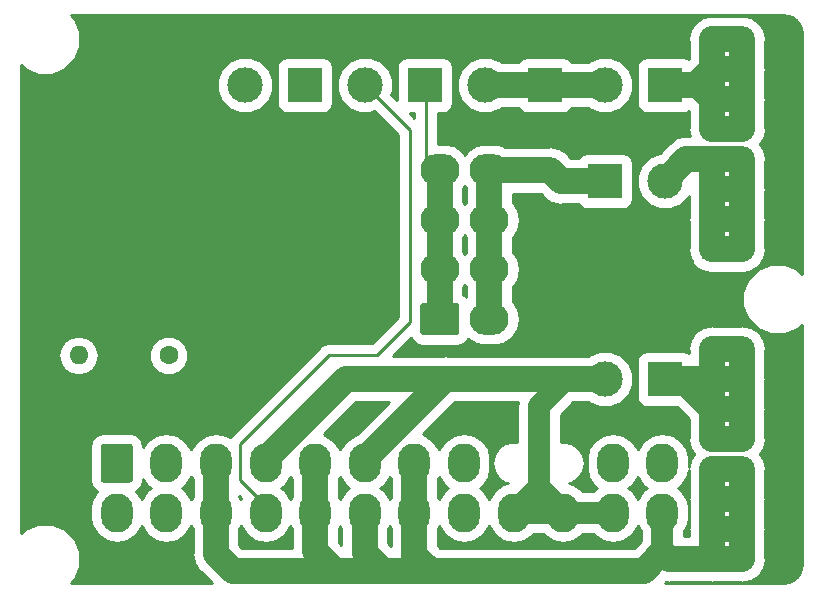
<source format=gbl>
G04 #@! TF.GenerationSoftware,KiCad,Pcbnew,(5.0.2)-1*
G04 #@! TF.CreationDate,2019-10-01T18:53:06+02:00*
G04 #@! TF.ProjectId,EleLab_v2_PowerFeed,456c654c-6162-45f7-9632-5f506f776572,rev?*
G04 #@! TF.SameCoordinates,Original*
G04 #@! TF.FileFunction,Copper,L2,Bot*
G04 #@! TF.FilePolarity,Positive*
%FSLAX46Y46*%
G04 Gerber Fmt 4.6, Leading zero omitted, Abs format (unit mm)*
G04 Created by KiCad (PCBNEW (5.0.2)-1) date 01/10/2019 18:53:06*
%MOMM*%
%LPD*%
G01*
G04 APERTURE LIST*
G04 #@! TA.AperFunction,Conductor*
%ADD10C,0.100000*%
G04 #@! TD*
G04 #@! TA.AperFunction,ComponentPad*
%ADD11C,2.700000*%
G04 #@! TD*
G04 #@! TA.AperFunction,ComponentPad*
%ADD12O,2.700000X3.300000*%
G04 #@! TD*
G04 #@! TA.AperFunction,ComponentPad*
%ADD13O,3.300000X2.700000*%
G04 #@! TD*
G04 #@! TA.AperFunction,ComponentPad*
%ADD14O,1.600000X1.600000*%
G04 #@! TD*
G04 #@! TA.AperFunction,ComponentPad*
%ADD15C,1.600000*%
G04 #@! TD*
G04 #@! TA.AperFunction,ComponentPad*
%ADD16R,3.000000X3.000000*%
G04 #@! TD*
G04 #@! TA.AperFunction,ComponentPad*
%ADD17C,3.000000*%
G04 #@! TD*
G04 #@! TA.AperFunction,ComponentPad*
%ADD18O,1.700000X1.700000*%
G04 #@! TD*
G04 #@! TA.AperFunction,ComponentPad*
%ADD19R,1.700000X1.700000*%
G04 #@! TD*
G04 #@! TA.AperFunction,Conductor*
%ADD20C,2.200000*%
G04 #@! TD*
G04 #@! TA.AperFunction,Conductor*
%ADD21C,1.900000*%
G04 #@! TD*
G04 #@! TA.AperFunction,Conductor*
%ADD22C,0.250000*%
G04 #@! TD*
G04 #@! TA.AperFunction,NonConductor*
%ADD23C,0.254000*%
G04 #@! TD*
G04 APERTURE END LIST*
D10*
G04 #@! TO.N,Net-(J1-Pad1)*
G04 #@! TO.C,J1*
G36*
X142175512Y-117223209D02*
X142199887Y-117226825D01*
X142223790Y-117232812D01*
X142246992Y-117241114D01*
X142269268Y-117251650D01*
X142290404Y-117264318D01*
X142310196Y-117278997D01*
X142328455Y-117295545D01*
X142345003Y-117313804D01*
X142359682Y-117333596D01*
X142372350Y-117354732D01*
X142382886Y-117377008D01*
X142391188Y-117400210D01*
X142397175Y-117424113D01*
X142400791Y-117448488D01*
X142402000Y-117473100D01*
X142402000Y-120270900D01*
X142400791Y-120295512D01*
X142397175Y-120319887D01*
X142391188Y-120343790D01*
X142382886Y-120366992D01*
X142372350Y-120389268D01*
X142359682Y-120410404D01*
X142345003Y-120430196D01*
X142328455Y-120448455D01*
X142310196Y-120465003D01*
X142290404Y-120479682D01*
X142269268Y-120492350D01*
X142246992Y-120502886D01*
X142223790Y-120511188D01*
X142199887Y-120517175D01*
X142175512Y-120520791D01*
X142150900Y-120522000D01*
X139953100Y-120522000D01*
X139928488Y-120520791D01*
X139904113Y-120517175D01*
X139880210Y-120511188D01*
X139857008Y-120502886D01*
X139834732Y-120492350D01*
X139813596Y-120479682D01*
X139793804Y-120465003D01*
X139775545Y-120448455D01*
X139758997Y-120430196D01*
X139744318Y-120410404D01*
X139731650Y-120389268D01*
X139721114Y-120366992D01*
X139712812Y-120343790D01*
X139706825Y-120319887D01*
X139703209Y-120295512D01*
X139702000Y-120270900D01*
X139702000Y-117473100D01*
X139703209Y-117448488D01*
X139706825Y-117424113D01*
X139712812Y-117400210D01*
X139721114Y-117377008D01*
X139731650Y-117354732D01*
X139744318Y-117333596D01*
X139758997Y-117313804D01*
X139775545Y-117295545D01*
X139793804Y-117278997D01*
X139813596Y-117264318D01*
X139834732Y-117251650D01*
X139857008Y-117241114D01*
X139880210Y-117232812D01*
X139904113Y-117226825D01*
X139928488Y-117223209D01*
X139953100Y-117222000D01*
X142150900Y-117222000D01*
X142175512Y-117223209D01*
X142175512Y-117223209D01*
G37*
D11*
G04 #@! TD*
G04 #@! TO.P,J1,1*
G04 #@! TO.N,Net-(J1-Pad1)*
X141052000Y-118872000D03*
D12*
G04 #@! TO.P,J1,2*
G04 #@! TO.N,Net-(J1-Pad2)*
X145252000Y-118872000D03*
G04 #@! TO.P,J1,3*
G04 #@! TO.N,/GND*
X149452000Y-118872000D03*
G04 #@! TO.P,J1,4*
G04 #@! TO.N,/+5V*
X153652000Y-118872000D03*
G04 #@! TO.P,J1,5*
G04 #@! TO.N,/GND*
X157852000Y-118872000D03*
G04 #@! TO.P,J1,6*
G04 #@! TO.N,/+5V*
X162052000Y-118872000D03*
G04 #@! TO.P,J1,7*
G04 #@! TO.N,/GND*
X166252000Y-118872000D03*
G04 #@! TO.P,J1,8*
G04 #@! TO.N,Net-(J1-Pad8)*
X170452000Y-118872000D03*
G04 #@! TO.P,J1,11*
G04 #@! TO.N,Net-(J1-Pad11)*
X183052000Y-118872000D03*
G04 #@! TO.P,J1,12*
G04 #@! TO.N,Net-(J1-Pad12)*
X187252000Y-118872000D03*
G04 #@! TO.P,J1,13*
G04 #@! TO.N,Net-(J1-Pad13)*
X141052000Y-123072000D03*
G04 #@! TO.P,J1,14*
G04 #@! TO.N,Net-(J1-Pad14)*
X145252000Y-123072000D03*
G04 #@! TO.P,J1,15*
G04 #@! TO.N,/GND*
X149452000Y-123072000D03*
G04 #@! TO.P,J1,16*
G04 #@! TO.N,/PS_ON*
X153652000Y-123072000D03*
G04 #@! TO.P,J1,17*
G04 #@! TO.N,/GND*
X157852000Y-123072000D03*
G04 #@! TO.P,J1,18*
X162052000Y-123072000D03*
G04 #@! TO.P,J1,19*
X166252000Y-123072000D03*
G04 #@! TO.P,J1,20*
G04 #@! TO.N,Net-(J1-Pad20)*
X170452000Y-123072000D03*
G04 #@! TO.P,J1,21*
G04 #@! TO.N,/+5V*
X174652000Y-123072000D03*
G04 #@! TO.P,J1,22*
X178852000Y-123072000D03*
G04 #@! TO.P,J1,23*
X183052000Y-123072000D03*
G04 #@! TO.P,J1,24*
G04 #@! TO.N,/GND*
X187252000Y-123072000D03*
G04 #@! TD*
D10*
G04 #@! TO.N,/GND*
G04 #@! TO.C,J2*
G36*
X169825512Y-105331209D02*
X169849887Y-105334825D01*
X169873790Y-105340812D01*
X169896992Y-105349114D01*
X169919268Y-105359650D01*
X169940404Y-105372318D01*
X169960196Y-105386997D01*
X169978455Y-105403545D01*
X169995003Y-105421804D01*
X170009682Y-105441596D01*
X170022350Y-105462732D01*
X170032886Y-105485008D01*
X170041188Y-105508210D01*
X170047175Y-105532113D01*
X170050791Y-105556488D01*
X170052000Y-105581100D01*
X170052000Y-107778900D01*
X170050791Y-107803512D01*
X170047175Y-107827887D01*
X170041188Y-107851790D01*
X170032886Y-107874992D01*
X170022350Y-107897268D01*
X170009682Y-107918404D01*
X169995003Y-107938196D01*
X169978455Y-107956455D01*
X169960196Y-107973003D01*
X169940404Y-107987682D01*
X169919268Y-108000350D01*
X169896992Y-108010886D01*
X169873790Y-108019188D01*
X169849887Y-108025175D01*
X169825512Y-108028791D01*
X169800900Y-108030000D01*
X167003100Y-108030000D01*
X166978488Y-108028791D01*
X166954113Y-108025175D01*
X166930210Y-108019188D01*
X166907008Y-108010886D01*
X166884732Y-108000350D01*
X166863596Y-107987682D01*
X166843804Y-107973003D01*
X166825545Y-107956455D01*
X166808997Y-107938196D01*
X166794318Y-107918404D01*
X166781650Y-107897268D01*
X166771114Y-107874992D01*
X166762812Y-107851790D01*
X166756825Y-107827887D01*
X166753209Y-107803512D01*
X166752000Y-107778900D01*
X166752000Y-105581100D01*
X166753209Y-105556488D01*
X166756825Y-105532113D01*
X166762812Y-105508210D01*
X166771114Y-105485008D01*
X166781650Y-105462732D01*
X166794318Y-105441596D01*
X166808997Y-105421804D01*
X166825545Y-105403545D01*
X166843804Y-105386997D01*
X166863596Y-105372318D01*
X166884732Y-105359650D01*
X166907008Y-105349114D01*
X166930210Y-105340812D01*
X166954113Y-105334825D01*
X166978488Y-105331209D01*
X167003100Y-105330000D01*
X169800900Y-105330000D01*
X169825512Y-105331209D01*
X169825512Y-105331209D01*
G37*
D11*
G04 #@! TD*
G04 #@! TO.P,J2,1*
G04 #@! TO.N,/GND*
X168402000Y-106680000D03*
D13*
G04 #@! TO.P,J2,2*
G04 #@! TO.N,/GND*
X168402000Y-102480000D03*
G04 #@! TO.P,J2,3*
X168402000Y-98280000D03*
G04 #@! TO.P,J2,4*
X168402000Y-94080000D03*
G04 #@! TO.P,J2,5*
G04 #@! TO.N,/+12V*
X172602000Y-106680000D03*
G04 #@! TO.P,J2,6*
X172602000Y-102480000D03*
G04 #@! TO.P,J2,7*
X172602000Y-98280000D03*
G04 #@! TO.P,J2,8*
X172602000Y-94080000D03*
G04 #@! TD*
D14*
G04 #@! TO.P,LO_1,1*
G04 #@! TO.N,N/C*
X137815400Y-109765200D03*
D15*
G04 #@! TO.P,LO_1,2*
X145435400Y-109765200D03*
G04 #@! TD*
D16*
G04 #@! TO.P,J5,1*
G04 #@! TO.N,/+24V*
X177292000Y-86868000D03*
D17*
G04 #@! TO.P,J5,2*
X172212000Y-86868000D03*
G04 #@! TD*
G04 #@! TO.P,J6,2*
G04 #@! TO.N,/+5V*
X182372000Y-111760000D03*
D16*
G04 #@! TO.P,J6,1*
G04 #@! TO.N,/+5V_F*
X187452000Y-111760000D03*
G04 #@! TD*
G04 #@! TO.P,J7,1*
G04 #@! TO.N,/+12V*
X182372000Y-94996000D03*
D17*
G04 #@! TO.P,J7,2*
G04 #@! TO.N,/+12V_F*
X187452000Y-94996000D03*
G04 #@! TD*
G04 #@! TO.P,J8,2*
G04 #@! TO.N,/+24V*
X182372000Y-86868000D03*
D16*
G04 #@! TO.P,J8,1*
G04 #@! TO.N,/+24V_F*
X187452000Y-86868000D03*
G04 #@! TD*
G04 #@! TO.P,J9,1*
G04 #@! TO.N,/GND*
X167132000Y-86868000D03*
D17*
G04 #@! TO.P,J9,2*
G04 #@! TO.N,/PS_ON*
X162052000Y-86868000D03*
G04 #@! TD*
G04 #@! TO.P,J10,2*
G04 #@! TO.N,/GND*
X151892000Y-86868000D03*
D16*
G04 #@! TO.P,J10,1*
G04 #@! TO.N,/+12V_F*
X156972000Y-86868000D03*
G04 #@! TD*
D18*
G04 #@! TO.P,J3,16*
G04 #@! TO.N,/+24V_F*
X194000000Y-83000000D03*
G04 #@! TO.P,J3,15*
X191460000Y-83000000D03*
G04 #@! TO.P,J3,14*
X194000000Y-85540000D03*
G04 #@! TO.P,J3,13*
X191460000Y-85540000D03*
G04 #@! TO.P,J3,12*
X194000000Y-88080000D03*
G04 #@! TO.P,J3,11*
X191460000Y-88080000D03*
G04 #@! TO.P,J3,10*
X194000000Y-90620000D03*
G04 #@! TO.P,J3,9*
X191460000Y-90620000D03*
G04 #@! TO.P,J3,8*
G04 #@! TO.N,/+12V_F*
X194000000Y-93160000D03*
G04 #@! TO.P,J3,7*
X191460000Y-93160000D03*
G04 #@! TO.P,J3,6*
X194000000Y-95700000D03*
G04 #@! TO.P,J3,5*
X191460000Y-95700000D03*
G04 #@! TO.P,J3,4*
X194000000Y-98240000D03*
G04 #@! TO.P,J3,3*
X191460000Y-98240000D03*
G04 #@! TO.P,J3,2*
X194000000Y-100780000D03*
D19*
G04 #@! TO.P,J3,1*
X191460000Y-100780000D03*
G04 #@! TD*
G04 #@! TO.P,J4,1*
G04 #@! TO.N,/GND*
X191460000Y-127000000D03*
D18*
G04 #@! TO.P,J4,2*
X194000000Y-127000000D03*
G04 #@! TO.P,J4,3*
X191460000Y-124460000D03*
G04 #@! TO.P,J4,4*
X194000000Y-124460000D03*
G04 #@! TO.P,J4,5*
X191460000Y-121920000D03*
G04 #@! TO.P,J4,6*
X194000000Y-121920000D03*
G04 #@! TO.P,J4,7*
X191460000Y-119380000D03*
G04 #@! TO.P,J4,8*
X194000000Y-119380000D03*
G04 #@! TO.P,J4,9*
G04 #@! TO.N,/+5V_F*
X191460000Y-116840000D03*
G04 #@! TO.P,J4,10*
X194000000Y-116840000D03*
G04 #@! TO.P,J4,11*
X191460000Y-114300000D03*
G04 #@! TO.P,J4,12*
X194000000Y-114300000D03*
G04 #@! TO.P,J4,13*
X191460000Y-111760000D03*
G04 #@! TO.P,J4,14*
X194000000Y-111760000D03*
G04 #@! TO.P,J4,15*
X191460000Y-109220000D03*
G04 #@! TO.P,J4,16*
X194000000Y-109220000D03*
G04 #@! TD*
D20*
G04 #@! TO.N,/+24V*
X177292000Y-86868000D02*
X172212000Y-86868000D01*
X182372000Y-86868000D02*
X177292000Y-86868000D01*
G04 #@! TO.N,/+12V*
X177756000Y-94080000D02*
X172602000Y-94080000D01*
X182372000Y-94996000D02*
X178672000Y-94996000D01*
X178672000Y-94996000D02*
X177756000Y-94080000D01*
X172602000Y-94080000D02*
X172602000Y-98280000D01*
X172602000Y-98280000D02*
X172602000Y-102480000D01*
X172602000Y-102480000D02*
X172602000Y-106680000D01*
G04 #@! TO.N,/GND*
X168402000Y-106680000D02*
X168402000Y-102480000D01*
X168402000Y-102480000D02*
X168402000Y-98280000D01*
X168402000Y-98280000D02*
X168402000Y-94080000D01*
X149452000Y-126592000D02*
X149452000Y-124372000D01*
X150876000Y-128016000D02*
X149452000Y-126592000D01*
X166252000Y-118872000D02*
X166252000Y-124372000D01*
X166252000Y-126628000D02*
X167640000Y-128016000D01*
X166252000Y-124372000D02*
X166252000Y-126628000D01*
X162052000Y-126492000D02*
X163576000Y-128016000D01*
X162052000Y-124372000D02*
X162052000Y-126492000D01*
X157852000Y-118872000D02*
X157852000Y-124372000D01*
X157852000Y-126356000D02*
X159512000Y-128016000D01*
X157852000Y-124372000D02*
X157852000Y-126356000D01*
X149452000Y-118872000D02*
X149452000Y-124372000D01*
X157852000Y-118872000D02*
X157852000Y-118572000D01*
X149452000Y-118872000D02*
X149452000Y-118572000D01*
X149452000Y-118572000D02*
X149352000Y-118472000D01*
X150876000Y-128016000D02*
X185674000Y-128016000D01*
X185674000Y-128016000D02*
X187252000Y-126438000D01*
X167250000Y-86986000D02*
X167132000Y-86868000D01*
X187814000Y-127000000D02*
X187252000Y-126438000D01*
X191460000Y-127000000D02*
X191460000Y-119380000D01*
X194000000Y-119380000D02*
X194000000Y-127000000D01*
X194000000Y-127000000D02*
X191460000Y-127000000D01*
X191460000Y-124460000D02*
X194000000Y-124460000D01*
X194000000Y-121920000D02*
X191460000Y-121920000D01*
X191460000Y-119380000D02*
X194000000Y-119380000D01*
X191460000Y-127000000D02*
X187814000Y-127000000D01*
D21*
X187630000Y-127000000D02*
X187814000Y-127000000D01*
X187252000Y-123072000D02*
X187252000Y-126622000D01*
X187252000Y-126622000D02*
X187630000Y-127000000D01*
D22*
X168402000Y-94080000D02*
X167250000Y-92928000D01*
X167250000Y-92928000D02*
X167250000Y-86986000D01*
D20*
G04 #@! TO.N,/+5V*
X162052000Y-118572000D02*
X162052000Y-118872000D01*
X168864000Y-111760000D02*
X162052000Y-118572000D01*
X153652000Y-118572000D02*
X160464000Y-111760000D01*
X153652000Y-118872000D02*
X153652000Y-118572000D01*
X160464000Y-111760000D02*
X168864000Y-111760000D01*
D21*
X176801999Y-114058001D02*
X179100000Y-111760000D01*
D20*
X182372000Y-111760000D02*
X179100000Y-111760000D01*
X179100000Y-111760000D02*
X168864000Y-111760000D01*
D21*
X176801999Y-120922001D02*
X174652000Y-123072000D01*
X176801999Y-114058001D02*
X176801999Y-120922001D01*
X178852000Y-122972002D02*
X176801999Y-120922001D01*
X178852000Y-123072000D02*
X178852000Y-122972002D01*
X174652000Y-123072000D02*
X178852000Y-123072000D01*
X178852000Y-123072000D02*
X183052000Y-123072000D01*
D22*
G04 #@! TO.N,/PS_ON*
X165862000Y-90678000D02*
X162052000Y-86868000D01*
X165862000Y-106934000D02*
X165862000Y-90678000D01*
X153652000Y-122472000D02*
X151511000Y-120331000D01*
X153652000Y-124072000D02*
X153652000Y-122472000D01*
X151511000Y-120331000D02*
X151511000Y-117221000D01*
X151511000Y-117221000D02*
X159004000Y-109728000D01*
X159004000Y-109728000D02*
X163068000Y-109728000D01*
X163068000Y-109728000D02*
X165862000Y-106934000D01*
D20*
G04 #@! TO.N,/+12V_F*
X189288000Y-93160000D02*
X187452000Y-94996000D01*
X191460000Y-93160000D02*
X189288000Y-93160000D01*
X194000000Y-93160000D02*
X191460000Y-93160000D01*
X194000000Y-100780000D02*
X194000000Y-93160000D01*
X191460000Y-93160000D02*
X191460000Y-100780000D01*
X194000000Y-100780000D02*
X191460000Y-100780000D01*
X191460000Y-98240000D02*
X194000000Y-98240000D01*
X194000000Y-95700000D02*
X191460000Y-95700000D01*
G04 #@! TO.N,/+24V_F*
X190132000Y-86868000D02*
X191460000Y-85540000D01*
X187452000Y-86868000D02*
X190132000Y-86868000D01*
X190248000Y-86868000D02*
X191460000Y-88080000D01*
X187452000Y-86868000D02*
X190248000Y-86868000D01*
X191460000Y-90620000D02*
X191460000Y-83000000D01*
X194000000Y-83000000D02*
X194000000Y-90620000D01*
X194000000Y-90620000D02*
X191460000Y-90620000D01*
X191460000Y-88080000D02*
X194000000Y-88080000D01*
X194000000Y-85540000D02*
X191460000Y-85540000D01*
X191460000Y-83000000D02*
X194000000Y-83000000D01*
G04 #@! TO.N,/+5V_F*
X194000000Y-116840000D02*
X194000000Y-109220000D01*
X191460000Y-109220000D02*
X191460000Y-116840000D01*
X194000000Y-116840000D02*
X191460000Y-116840000D01*
X194000000Y-114300000D02*
X191460000Y-114300000D01*
X194000000Y-111760000D02*
X191460000Y-111760000D01*
X194000000Y-109220000D02*
X191460000Y-109220000D01*
X188920000Y-111760000D02*
X191460000Y-114300000D01*
X187452000Y-111760000D02*
X188920000Y-111760000D01*
X191460000Y-111760000D02*
X187452000Y-111760000D01*
G04 #@! TD*
D23*
G36*
X197883090Y-81007962D02*
X198242110Y-81150108D01*
X198554499Y-81377071D01*
X198800630Y-81674593D01*
X198965040Y-82023982D01*
X199045890Y-82447814D01*
X199048000Y-82514946D01*
X199048000Y-102837886D01*
X198686335Y-102476221D01*
X197592162Y-102023000D01*
X196407838Y-102023000D01*
X195313665Y-102476221D01*
X194476221Y-103313665D01*
X194023000Y-104407838D01*
X194023000Y-105592162D01*
X194476221Y-106686335D01*
X195313665Y-107523779D01*
X196407838Y-107977000D01*
X197592162Y-107977000D01*
X198686335Y-107523779D01*
X199048001Y-107162113D01*
X199048001Y-127440099D01*
X198992038Y-127883090D01*
X198849893Y-128242109D01*
X198622930Y-128554497D01*
X198325407Y-128800630D01*
X197976018Y-128965040D01*
X197552186Y-129045890D01*
X197485054Y-129048000D01*
X187437899Y-129048000D01*
X187527214Y-128958686D01*
X187619286Y-128977000D01*
X187619290Y-128977000D01*
X187813999Y-129015730D01*
X188008709Y-128977000D01*
X191265286Y-128977000D01*
X191460000Y-129015731D01*
X191654714Y-128977000D01*
X193805286Y-128977000D01*
X194000000Y-129015731D01*
X194194714Y-128977000D01*
X194203945Y-128975164D01*
X194771387Y-128862293D01*
X195425337Y-128425337D01*
X195862293Y-127771387D01*
X195938514Y-127388196D01*
X196015731Y-127000000D01*
X195977000Y-126805286D01*
X195977000Y-124654714D01*
X196015731Y-124460000D01*
X195977000Y-124265286D01*
X195977000Y-122114714D01*
X196015731Y-121920000D01*
X195977000Y-121725286D01*
X195977000Y-119574714D01*
X196015731Y-119380000D01*
X195862293Y-118608613D01*
X195529130Y-118110000D01*
X195862293Y-117611387D01*
X196015731Y-116840000D01*
X195977000Y-116645286D01*
X195977000Y-114494714D01*
X196015731Y-114300000D01*
X195977000Y-114105286D01*
X195977000Y-111954714D01*
X196015731Y-111760000D01*
X195977000Y-111565286D01*
X195977000Y-109414714D01*
X196015731Y-109220000D01*
X195862293Y-108448613D01*
X195425337Y-107794663D01*
X194771387Y-107357707D01*
X194194714Y-107243000D01*
X194000000Y-107204269D01*
X193805286Y-107243000D01*
X191654714Y-107243000D01*
X191460000Y-107204269D01*
X191265286Y-107243000D01*
X190688613Y-107357707D01*
X190034663Y-107794663D01*
X189597707Y-108448613D01*
X189444269Y-109220000D01*
X189483000Y-109414715D01*
X189483000Y-109560045D01*
X189294188Y-109433884D01*
X188952000Y-109365819D01*
X185952000Y-109365819D01*
X185609812Y-109433884D01*
X185319719Y-109627719D01*
X185125884Y-109917812D01*
X185057819Y-110260000D01*
X185057819Y-113260000D01*
X185125884Y-113602188D01*
X185319719Y-113892281D01*
X185609812Y-114086116D01*
X185952000Y-114154181D01*
X188518282Y-114154181D01*
X189483001Y-115118901D01*
X189483001Y-116645281D01*
X189444269Y-116840000D01*
X189597707Y-117611387D01*
X189930870Y-118110000D01*
X189597707Y-118608613D01*
X189479000Y-119205395D01*
X189479000Y-118352662D01*
X189349788Y-117703068D01*
X188857577Y-116966423D01*
X188120931Y-116474212D01*
X187252000Y-116301371D01*
X186383068Y-116474212D01*
X185646423Y-116966423D01*
X185154212Y-117703069D01*
X185152000Y-117714189D01*
X185149788Y-117703068D01*
X184657577Y-116966423D01*
X183920931Y-116474212D01*
X183052000Y-116301371D01*
X182183068Y-116474212D01*
X181446423Y-116966423D01*
X180954212Y-117703069D01*
X180825000Y-118352663D01*
X180825000Y-119391338D01*
X180954212Y-120040932D01*
X181446424Y-120777577D01*
X181737398Y-120972000D01*
X181446423Y-121166423D01*
X181393920Y-121245000D01*
X180510081Y-121245000D01*
X180457577Y-121166423D01*
X179720931Y-120674212D01*
X179310599Y-120592592D01*
X179545351Y-120545897D01*
X180133145Y-120153145D01*
X180525897Y-119565351D01*
X180663813Y-118872000D01*
X180525897Y-118178649D01*
X180133145Y-117590855D01*
X179545351Y-117198103D01*
X179027017Y-117095000D01*
X178676983Y-117095000D01*
X178628999Y-117104545D01*
X178628999Y-114814769D01*
X179706768Y-113737000D01*
X180987415Y-113737000D01*
X181025538Y-113775123D01*
X181899185Y-114137000D01*
X182844815Y-114137000D01*
X183718462Y-113775123D01*
X184387123Y-113106462D01*
X184749000Y-112232815D01*
X184749000Y-111287185D01*
X184387123Y-110413538D01*
X183718462Y-109744877D01*
X182844815Y-109383000D01*
X181899185Y-109383000D01*
X181025538Y-109744877D01*
X180987415Y-109783000D01*
X169058714Y-109783000D01*
X168864000Y-109744269D01*
X168669286Y-109783000D01*
X164430041Y-109783000D01*
X165965371Y-108247671D01*
X166193264Y-108588736D01*
X166564820Y-108837002D01*
X167003100Y-108924181D01*
X169800900Y-108924181D01*
X170239180Y-108837002D01*
X170610736Y-108588736D01*
X170777225Y-108339567D01*
X171433068Y-108777788D01*
X172082662Y-108907000D01*
X173121338Y-108907000D01*
X173770932Y-108777788D01*
X174507577Y-108285577D01*
X174999788Y-107548932D01*
X175172629Y-106680000D01*
X174999788Y-105811068D01*
X174579000Y-105181315D01*
X174579000Y-103978685D01*
X174999788Y-103348932D01*
X175172629Y-102480000D01*
X174999788Y-101611068D01*
X174579000Y-100981315D01*
X174579000Y-99778685D01*
X174999788Y-99148932D01*
X175172629Y-98280000D01*
X174999788Y-97411068D01*
X174579000Y-96781315D01*
X174579000Y-96057000D01*
X176937101Y-96057000D01*
X177136364Y-96256263D01*
X177246663Y-96421337D01*
X177835316Y-96814663D01*
X177900613Y-96858293D01*
X178672000Y-97011731D01*
X178866714Y-96973000D01*
X180135963Y-96973000D01*
X180239719Y-97128281D01*
X180529812Y-97322116D01*
X180872000Y-97390181D01*
X183872000Y-97390181D01*
X184214188Y-97322116D01*
X184504281Y-97128281D01*
X184698116Y-96838188D01*
X184766181Y-96496000D01*
X184766181Y-93496000D01*
X184698116Y-93153812D01*
X184504281Y-92863719D01*
X184214188Y-92669884D01*
X183872000Y-92601819D01*
X180872000Y-92601819D01*
X180529812Y-92669884D01*
X180239719Y-92863719D01*
X180135963Y-93019000D01*
X179490899Y-93019000D01*
X179291636Y-92819737D01*
X179181337Y-92654663D01*
X178527387Y-92217707D01*
X177950714Y-92103000D01*
X177950709Y-92103000D01*
X177756000Y-92064270D01*
X177561291Y-92103000D01*
X173951704Y-92103000D01*
X173770932Y-91982212D01*
X173121338Y-91853000D01*
X172082662Y-91853000D01*
X171433068Y-91982212D01*
X170696423Y-92474423D01*
X170502000Y-92765397D01*
X170307577Y-92474423D01*
X169570932Y-91982212D01*
X168921338Y-91853000D01*
X168252000Y-91853000D01*
X168252000Y-89262181D01*
X168632000Y-89262181D01*
X168974188Y-89194116D01*
X169264281Y-89000281D01*
X169458116Y-88710188D01*
X169526181Y-88368000D01*
X169526181Y-86395185D01*
X169835000Y-86395185D01*
X169835000Y-87340815D01*
X170196877Y-88214462D01*
X170865538Y-88883123D01*
X171739185Y-89245000D01*
X172684815Y-89245000D01*
X173558462Y-88883123D01*
X173596585Y-88845000D01*
X175055963Y-88845000D01*
X175159719Y-89000281D01*
X175449812Y-89194116D01*
X175792000Y-89262181D01*
X178792000Y-89262181D01*
X179134188Y-89194116D01*
X179424281Y-89000281D01*
X179528037Y-88845000D01*
X180987415Y-88845000D01*
X181025538Y-88883123D01*
X181899185Y-89245000D01*
X182844815Y-89245000D01*
X183718462Y-88883123D01*
X184387123Y-88214462D01*
X184749000Y-87340815D01*
X184749000Y-86395185D01*
X184387123Y-85521538D01*
X184233585Y-85368000D01*
X185057819Y-85368000D01*
X185057819Y-88368000D01*
X185125884Y-88710188D01*
X185319719Y-89000281D01*
X185609812Y-89194116D01*
X185952000Y-89262181D01*
X188952000Y-89262181D01*
X189294188Y-89194116D01*
X189483000Y-89067955D01*
X189483000Y-90425285D01*
X189444269Y-90620000D01*
X189556256Y-91183000D01*
X189482708Y-91183000D01*
X189287999Y-91144270D01*
X189093290Y-91183000D01*
X189093286Y-91183000D01*
X188516613Y-91297707D01*
X187862663Y-91734663D01*
X187752366Y-91899735D01*
X187033100Y-92619000D01*
X186979185Y-92619000D01*
X186105538Y-92980877D01*
X185436877Y-93649538D01*
X185075000Y-94523185D01*
X185075000Y-95468815D01*
X185436877Y-96342462D01*
X186105538Y-97011123D01*
X186979185Y-97373000D01*
X187924815Y-97373000D01*
X188798462Y-97011123D01*
X189467123Y-96342462D01*
X189483000Y-96304131D01*
X189483001Y-98045282D01*
X189444269Y-98240000D01*
X189483001Y-98434718D01*
X189483001Y-100585281D01*
X189444269Y-100780000D01*
X189597707Y-101551387D01*
X189743619Y-101769759D01*
X189783884Y-101972188D01*
X189977719Y-102262281D01*
X190267812Y-102456116D01*
X190470241Y-102496381D01*
X190688613Y-102642293D01*
X191265286Y-102757000D01*
X191460000Y-102795731D01*
X191654714Y-102757000D01*
X193805286Y-102757000D01*
X194000000Y-102795731D01*
X194194714Y-102757000D01*
X194771387Y-102642293D01*
X195425337Y-102205337D01*
X195862293Y-101551387D01*
X196015731Y-100780000D01*
X195977000Y-100585286D01*
X195977000Y-98434714D01*
X196015731Y-98240000D01*
X195977000Y-98045286D01*
X195977000Y-95894714D01*
X196015731Y-95700000D01*
X195977000Y-95505286D01*
X195977000Y-93354714D01*
X196015731Y-93160000D01*
X195862293Y-92388613D01*
X195529130Y-91890000D01*
X195862293Y-91391387D01*
X195911448Y-91144269D01*
X196015731Y-90620000D01*
X195977000Y-90425286D01*
X195977000Y-88274714D01*
X196015731Y-88080000D01*
X195977000Y-87885286D01*
X195977000Y-85734714D01*
X196015731Y-85540000D01*
X195977000Y-85345286D01*
X195977000Y-83194714D01*
X196015731Y-83000000D01*
X195862293Y-82228613D01*
X195425337Y-81574663D01*
X194771387Y-81137707D01*
X194194714Y-81023000D01*
X194000000Y-80984269D01*
X193805286Y-81023000D01*
X191654714Y-81023000D01*
X191460000Y-80984269D01*
X191265286Y-81023000D01*
X190688613Y-81137707D01*
X190034663Y-81574663D01*
X189597707Y-82228613D01*
X189444269Y-83000000D01*
X189483001Y-83194719D01*
X189483001Y-84668045D01*
X189294188Y-84541884D01*
X188952000Y-84473819D01*
X185952000Y-84473819D01*
X185609812Y-84541884D01*
X185319719Y-84735719D01*
X185125884Y-85025812D01*
X185057819Y-85368000D01*
X184233585Y-85368000D01*
X183718462Y-84852877D01*
X182844815Y-84491000D01*
X181899185Y-84491000D01*
X181025538Y-84852877D01*
X180987415Y-84891000D01*
X179528037Y-84891000D01*
X179424281Y-84735719D01*
X179134188Y-84541884D01*
X178792000Y-84473819D01*
X175792000Y-84473819D01*
X175449812Y-84541884D01*
X175159719Y-84735719D01*
X175055963Y-84891000D01*
X173596585Y-84891000D01*
X173558462Y-84852877D01*
X172684815Y-84491000D01*
X171739185Y-84491000D01*
X170865538Y-84852877D01*
X170196877Y-85521538D01*
X169835000Y-86395185D01*
X169526181Y-86395185D01*
X169526181Y-85368000D01*
X169458116Y-85025812D01*
X169264281Y-84735719D01*
X168974188Y-84541884D01*
X168632000Y-84473819D01*
X165632000Y-84473819D01*
X165289812Y-84541884D01*
X164999719Y-84735719D01*
X164805884Y-85025812D01*
X164737819Y-85368000D01*
X164737819Y-88136777D01*
X164286319Y-87685277D01*
X164429000Y-87340815D01*
X164429000Y-86395185D01*
X164067123Y-85521538D01*
X163398462Y-84852877D01*
X162524815Y-84491000D01*
X161579185Y-84491000D01*
X160705538Y-84852877D01*
X160036877Y-85521538D01*
X159675000Y-86395185D01*
X159675000Y-87340815D01*
X160036877Y-88214462D01*
X160705538Y-88883123D01*
X161579185Y-89245000D01*
X162524815Y-89245000D01*
X162869277Y-89102319D01*
X164860001Y-91093043D01*
X164860000Y-106518958D01*
X162652959Y-108726000D01*
X159102684Y-108726000D01*
X159003999Y-108706370D01*
X158905314Y-108726000D01*
X158905313Y-108726000D01*
X158613039Y-108784137D01*
X158281598Y-109005598D01*
X158225696Y-109089262D01*
X150872264Y-116442695D01*
X150788599Y-116498598D01*
X150732697Y-116582262D01*
X150655515Y-116697774D01*
X150320931Y-116474212D01*
X149452000Y-116301371D01*
X148583068Y-116474212D01*
X147846423Y-116966423D01*
X147354212Y-117703069D01*
X147352000Y-117714189D01*
X147349788Y-117703068D01*
X146857577Y-116966423D01*
X146120931Y-116474212D01*
X145252000Y-116301371D01*
X144383068Y-116474212D01*
X143646423Y-116966423D01*
X143296181Y-117490597D01*
X143296181Y-117473100D01*
X143209002Y-117034820D01*
X142960736Y-116663264D01*
X142589180Y-116414998D01*
X142150900Y-116327819D01*
X139953100Y-116327819D01*
X139514820Y-116414998D01*
X139143264Y-116663264D01*
X138894998Y-117034820D01*
X138807819Y-117473100D01*
X138807819Y-120270900D01*
X138894998Y-120709180D01*
X139143264Y-121080736D01*
X139392433Y-121247225D01*
X138954212Y-121903069D01*
X138825000Y-122552663D01*
X138825000Y-123591338D01*
X138954212Y-124240932D01*
X139446424Y-124977577D01*
X140183069Y-125469788D01*
X141052000Y-125642629D01*
X141920932Y-125469788D01*
X142657577Y-124977577D01*
X143149788Y-124240931D01*
X143152000Y-124229811D01*
X143154212Y-124240932D01*
X143646424Y-124977577D01*
X144383069Y-125469788D01*
X145252000Y-125642629D01*
X146120932Y-125469788D01*
X146857577Y-124977577D01*
X147349788Y-124240931D01*
X147352000Y-124229811D01*
X147354212Y-124240932D01*
X147475001Y-124421705D01*
X147475000Y-126397290D01*
X147436270Y-126592000D01*
X147475000Y-126786709D01*
X147475000Y-126786713D01*
X147589707Y-127363386D01*
X148026663Y-128017337D01*
X148191737Y-128127636D01*
X149112100Y-129048000D01*
X137162114Y-129048000D01*
X137523779Y-128686335D01*
X137977000Y-127592162D01*
X137977000Y-126407838D01*
X137523779Y-125313665D01*
X136686335Y-124476221D01*
X135592162Y-124023000D01*
X134407838Y-124023000D01*
X133313665Y-124476221D01*
X132952000Y-124837886D01*
X132952000Y-109765200D01*
X136105546Y-109765200D01*
X136235701Y-110419533D01*
X136606351Y-110974249D01*
X137161067Y-111344899D01*
X137650232Y-111442200D01*
X137980568Y-111442200D01*
X138469733Y-111344899D01*
X139024449Y-110974249D01*
X139395099Y-110419533D01*
X139525254Y-109765200D01*
X139458902Y-109431624D01*
X143758400Y-109431624D01*
X143758400Y-110098776D01*
X144013708Y-110715144D01*
X144485456Y-111186892D01*
X145101824Y-111442200D01*
X145768976Y-111442200D01*
X146385344Y-111186892D01*
X146857092Y-110715144D01*
X147112400Y-110098776D01*
X147112400Y-109431624D01*
X146857092Y-108815256D01*
X146385344Y-108343508D01*
X145768976Y-108088200D01*
X145101824Y-108088200D01*
X144485456Y-108343508D01*
X144013708Y-108815256D01*
X143758400Y-109431624D01*
X139458902Y-109431624D01*
X139395099Y-109110867D01*
X139024449Y-108556151D01*
X138469733Y-108185501D01*
X137980568Y-108088200D01*
X137650232Y-108088200D01*
X137161067Y-108185501D01*
X136606351Y-108556151D01*
X136235701Y-109110867D01*
X136105546Y-109765200D01*
X132952000Y-109765200D01*
X132952000Y-86395185D01*
X149515000Y-86395185D01*
X149515000Y-87340815D01*
X149876877Y-88214462D01*
X150545538Y-88883123D01*
X151419185Y-89245000D01*
X152364815Y-89245000D01*
X153238462Y-88883123D01*
X153907123Y-88214462D01*
X154269000Y-87340815D01*
X154269000Y-86395185D01*
X153907123Y-85521538D01*
X153753585Y-85368000D01*
X154577819Y-85368000D01*
X154577819Y-88368000D01*
X154645884Y-88710188D01*
X154839719Y-89000281D01*
X155129812Y-89194116D01*
X155472000Y-89262181D01*
X158472000Y-89262181D01*
X158814188Y-89194116D01*
X159104281Y-89000281D01*
X159298116Y-88710188D01*
X159366181Y-88368000D01*
X159366181Y-85368000D01*
X159298116Y-85025812D01*
X159104281Y-84735719D01*
X158814188Y-84541884D01*
X158472000Y-84473819D01*
X155472000Y-84473819D01*
X155129812Y-84541884D01*
X154839719Y-84735719D01*
X154645884Y-85025812D01*
X154577819Y-85368000D01*
X153753585Y-85368000D01*
X153238462Y-84852877D01*
X152364815Y-84491000D01*
X151419185Y-84491000D01*
X150545538Y-84852877D01*
X149876877Y-85521538D01*
X149515000Y-86395185D01*
X132952000Y-86395185D01*
X132952000Y-85162114D01*
X133313665Y-85523779D01*
X134407838Y-85977000D01*
X135592162Y-85977000D01*
X136686335Y-85523779D01*
X137523779Y-84686335D01*
X137977000Y-83592162D01*
X137977000Y-82407838D01*
X137523779Y-81313665D01*
X137162114Y-80952000D01*
X197440107Y-80952000D01*
X197883090Y-81007962D01*
X197883090Y-81007962D01*
G37*
X197883090Y-81007962D02*
X198242110Y-81150108D01*
X198554499Y-81377071D01*
X198800630Y-81674593D01*
X198965040Y-82023982D01*
X199045890Y-82447814D01*
X199048000Y-82514946D01*
X199048000Y-102837886D01*
X198686335Y-102476221D01*
X197592162Y-102023000D01*
X196407838Y-102023000D01*
X195313665Y-102476221D01*
X194476221Y-103313665D01*
X194023000Y-104407838D01*
X194023000Y-105592162D01*
X194476221Y-106686335D01*
X195313665Y-107523779D01*
X196407838Y-107977000D01*
X197592162Y-107977000D01*
X198686335Y-107523779D01*
X199048001Y-107162113D01*
X199048001Y-127440099D01*
X198992038Y-127883090D01*
X198849893Y-128242109D01*
X198622930Y-128554497D01*
X198325407Y-128800630D01*
X197976018Y-128965040D01*
X197552186Y-129045890D01*
X197485054Y-129048000D01*
X187437899Y-129048000D01*
X187527214Y-128958686D01*
X187619286Y-128977000D01*
X187619290Y-128977000D01*
X187813999Y-129015730D01*
X188008709Y-128977000D01*
X191265286Y-128977000D01*
X191460000Y-129015731D01*
X191654714Y-128977000D01*
X193805286Y-128977000D01*
X194000000Y-129015731D01*
X194194714Y-128977000D01*
X194203945Y-128975164D01*
X194771387Y-128862293D01*
X195425337Y-128425337D01*
X195862293Y-127771387D01*
X195938514Y-127388196D01*
X196015731Y-127000000D01*
X195977000Y-126805286D01*
X195977000Y-124654714D01*
X196015731Y-124460000D01*
X195977000Y-124265286D01*
X195977000Y-122114714D01*
X196015731Y-121920000D01*
X195977000Y-121725286D01*
X195977000Y-119574714D01*
X196015731Y-119380000D01*
X195862293Y-118608613D01*
X195529130Y-118110000D01*
X195862293Y-117611387D01*
X196015731Y-116840000D01*
X195977000Y-116645286D01*
X195977000Y-114494714D01*
X196015731Y-114300000D01*
X195977000Y-114105286D01*
X195977000Y-111954714D01*
X196015731Y-111760000D01*
X195977000Y-111565286D01*
X195977000Y-109414714D01*
X196015731Y-109220000D01*
X195862293Y-108448613D01*
X195425337Y-107794663D01*
X194771387Y-107357707D01*
X194194714Y-107243000D01*
X194000000Y-107204269D01*
X193805286Y-107243000D01*
X191654714Y-107243000D01*
X191460000Y-107204269D01*
X191265286Y-107243000D01*
X190688613Y-107357707D01*
X190034663Y-107794663D01*
X189597707Y-108448613D01*
X189444269Y-109220000D01*
X189483000Y-109414715D01*
X189483000Y-109560045D01*
X189294188Y-109433884D01*
X188952000Y-109365819D01*
X185952000Y-109365819D01*
X185609812Y-109433884D01*
X185319719Y-109627719D01*
X185125884Y-109917812D01*
X185057819Y-110260000D01*
X185057819Y-113260000D01*
X185125884Y-113602188D01*
X185319719Y-113892281D01*
X185609812Y-114086116D01*
X185952000Y-114154181D01*
X188518282Y-114154181D01*
X189483001Y-115118901D01*
X189483001Y-116645281D01*
X189444269Y-116840000D01*
X189597707Y-117611387D01*
X189930870Y-118110000D01*
X189597707Y-118608613D01*
X189479000Y-119205395D01*
X189479000Y-118352662D01*
X189349788Y-117703068D01*
X188857577Y-116966423D01*
X188120931Y-116474212D01*
X187252000Y-116301371D01*
X186383068Y-116474212D01*
X185646423Y-116966423D01*
X185154212Y-117703069D01*
X185152000Y-117714189D01*
X185149788Y-117703068D01*
X184657577Y-116966423D01*
X183920931Y-116474212D01*
X183052000Y-116301371D01*
X182183068Y-116474212D01*
X181446423Y-116966423D01*
X180954212Y-117703069D01*
X180825000Y-118352663D01*
X180825000Y-119391338D01*
X180954212Y-120040932D01*
X181446424Y-120777577D01*
X181737398Y-120972000D01*
X181446423Y-121166423D01*
X181393920Y-121245000D01*
X180510081Y-121245000D01*
X180457577Y-121166423D01*
X179720931Y-120674212D01*
X179310599Y-120592592D01*
X179545351Y-120545897D01*
X180133145Y-120153145D01*
X180525897Y-119565351D01*
X180663813Y-118872000D01*
X180525897Y-118178649D01*
X180133145Y-117590855D01*
X179545351Y-117198103D01*
X179027017Y-117095000D01*
X178676983Y-117095000D01*
X178628999Y-117104545D01*
X178628999Y-114814769D01*
X179706768Y-113737000D01*
X180987415Y-113737000D01*
X181025538Y-113775123D01*
X181899185Y-114137000D01*
X182844815Y-114137000D01*
X183718462Y-113775123D01*
X184387123Y-113106462D01*
X184749000Y-112232815D01*
X184749000Y-111287185D01*
X184387123Y-110413538D01*
X183718462Y-109744877D01*
X182844815Y-109383000D01*
X181899185Y-109383000D01*
X181025538Y-109744877D01*
X180987415Y-109783000D01*
X169058714Y-109783000D01*
X168864000Y-109744269D01*
X168669286Y-109783000D01*
X164430041Y-109783000D01*
X165965371Y-108247671D01*
X166193264Y-108588736D01*
X166564820Y-108837002D01*
X167003100Y-108924181D01*
X169800900Y-108924181D01*
X170239180Y-108837002D01*
X170610736Y-108588736D01*
X170777225Y-108339567D01*
X171433068Y-108777788D01*
X172082662Y-108907000D01*
X173121338Y-108907000D01*
X173770932Y-108777788D01*
X174507577Y-108285577D01*
X174999788Y-107548932D01*
X175172629Y-106680000D01*
X174999788Y-105811068D01*
X174579000Y-105181315D01*
X174579000Y-103978685D01*
X174999788Y-103348932D01*
X175172629Y-102480000D01*
X174999788Y-101611068D01*
X174579000Y-100981315D01*
X174579000Y-99778685D01*
X174999788Y-99148932D01*
X175172629Y-98280000D01*
X174999788Y-97411068D01*
X174579000Y-96781315D01*
X174579000Y-96057000D01*
X176937101Y-96057000D01*
X177136364Y-96256263D01*
X177246663Y-96421337D01*
X177835316Y-96814663D01*
X177900613Y-96858293D01*
X178672000Y-97011731D01*
X178866714Y-96973000D01*
X180135963Y-96973000D01*
X180239719Y-97128281D01*
X180529812Y-97322116D01*
X180872000Y-97390181D01*
X183872000Y-97390181D01*
X184214188Y-97322116D01*
X184504281Y-97128281D01*
X184698116Y-96838188D01*
X184766181Y-96496000D01*
X184766181Y-93496000D01*
X184698116Y-93153812D01*
X184504281Y-92863719D01*
X184214188Y-92669884D01*
X183872000Y-92601819D01*
X180872000Y-92601819D01*
X180529812Y-92669884D01*
X180239719Y-92863719D01*
X180135963Y-93019000D01*
X179490899Y-93019000D01*
X179291636Y-92819737D01*
X179181337Y-92654663D01*
X178527387Y-92217707D01*
X177950714Y-92103000D01*
X177950709Y-92103000D01*
X177756000Y-92064270D01*
X177561291Y-92103000D01*
X173951704Y-92103000D01*
X173770932Y-91982212D01*
X173121338Y-91853000D01*
X172082662Y-91853000D01*
X171433068Y-91982212D01*
X170696423Y-92474423D01*
X170502000Y-92765397D01*
X170307577Y-92474423D01*
X169570932Y-91982212D01*
X168921338Y-91853000D01*
X168252000Y-91853000D01*
X168252000Y-89262181D01*
X168632000Y-89262181D01*
X168974188Y-89194116D01*
X169264281Y-89000281D01*
X169458116Y-88710188D01*
X169526181Y-88368000D01*
X169526181Y-86395185D01*
X169835000Y-86395185D01*
X169835000Y-87340815D01*
X170196877Y-88214462D01*
X170865538Y-88883123D01*
X171739185Y-89245000D01*
X172684815Y-89245000D01*
X173558462Y-88883123D01*
X173596585Y-88845000D01*
X175055963Y-88845000D01*
X175159719Y-89000281D01*
X175449812Y-89194116D01*
X175792000Y-89262181D01*
X178792000Y-89262181D01*
X179134188Y-89194116D01*
X179424281Y-89000281D01*
X179528037Y-88845000D01*
X180987415Y-88845000D01*
X181025538Y-88883123D01*
X181899185Y-89245000D01*
X182844815Y-89245000D01*
X183718462Y-88883123D01*
X184387123Y-88214462D01*
X184749000Y-87340815D01*
X184749000Y-86395185D01*
X184387123Y-85521538D01*
X184233585Y-85368000D01*
X185057819Y-85368000D01*
X185057819Y-88368000D01*
X185125884Y-88710188D01*
X185319719Y-89000281D01*
X185609812Y-89194116D01*
X185952000Y-89262181D01*
X188952000Y-89262181D01*
X189294188Y-89194116D01*
X189483000Y-89067955D01*
X189483000Y-90425285D01*
X189444269Y-90620000D01*
X189556256Y-91183000D01*
X189482708Y-91183000D01*
X189287999Y-91144270D01*
X189093290Y-91183000D01*
X189093286Y-91183000D01*
X188516613Y-91297707D01*
X187862663Y-91734663D01*
X187752366Y-91899735D01*
X187033100Y-92619000D01*
X186979185Y-92619000D01*
X186105538Y-92980877D01*
X185436877Y-93649538D01*
X185075000Y-94523185D01*
X185075000Y-95468815D01*
X185436877Y-96342462D01*
X186105538Y-97011123D01*
X186979185Y-97373000D01*
X187924815Y-97373000D01*
X188798462Y-97011123D01*
X189467123Y-96342462D01*
X189483000Y-96304131D01*
X189483001Y-98045282D01*
X189444269Y-98240000D01*
X189483001Y-98434718D01*
X189483001Y-100585281D01*
X189444269Y-100780000D01*
X189597707Y-101551387D01*
X189743619Y-101769759D01*
X189783884Y-101972188D01*
X189977719Y-102262281D01*
X190267812Y-102456116D01*
X190470241Y-102496381D01*
X190688613Y-102642293D01*
X191265286Y-102757000D01*
X191460000Y-102795731D01*
X191654714Y-102757000D01*
X193805286Y-102757000D01*
X194000000Y-102795731D01*
X194194714Y-102757000D01*
X194771387Y-102642293D01*
X195425337Y-102205337D01*
X195862293Y-101551387D01*
X196015731Y-100780000D01*
X195977000Y-100585286D01*
X195977000Y-98434714D01*
X196015731Y-98240000D01*
X195977000Y-98045286D01*
X195977000Y-95894714D01*
X196015731Y-95700000D01*
X195977000Y-95505286D01*
X195977000Y-93354714D01*
X196015731Y-93160000D01*
X195862293Y-92388613D01*
X195529130Y-91890000D01*
X195862293Y-91391387D01*
X195911448Y-91144269D01*
X196015731Y-90620000D01*
X195977000Y-90425286D01*
X195977000Y-88274714D01*
X196015731Y-88080000D01*
X195977000Y-87885286D01*
X195977000Y-85734714D01*
X196015731Y-85540000D01*
X195977000Y-85345286D01*
X195977000Y-83194714D01*
X196015731Y-83000000D01*
X195862293Y-82228613D01*
X195425337Y-81574663D01*
X194771387Y-81137707D01*
X194194714Y-81023000D01*
X194000000Y-80984269D01*
X193805286Y-81023000D01*
X191654714Y-81023000D01*
X191460000Y-80984269D01*
X191265286Y-81023000D01*
X190688613Y-81137707D01*
X190034663Y-81574663D01*
X189597707Y-82228613D01*
X189444269Y-83000000D01*
X189483001Y-83194719D01*
X189483001Y-84668045D01*
X189294188Y-84541884D01*
X188952000Y-84473819D01*
X185952000Y-84473819D01*
X185609812Y-84541884D01*
X185319719Y-84735719D01*
X185125884Y-85025812D01*
X185057819Y-85368000D01*
X184233585Y-85368000D01*
X183718462Y-84852877D01*
X182844815Y-84491000D01*
X181899185Y-84491000D01*
X181025538Y-84852877D01*
X180987415Y-84891000D01*
X179528037Y-84891000D01*
X179424281Y-84735719D01*
X179134188Y-84541884D01*
X178792000Y-84473819D01*
X175792000Y-84473819D01*
X175449812Y-84541884D01*
X175159719Y-84735719D01*
X175055963Y-84891000D01*
X173596585Y-84891000D01*
X173558462Y-84852877D01*
X172684815Y-84491000D01*
X171739185Y-84491000D01*
X170865538Y-84852877D01*
X170196877Y-85521538D01*
X169835000Y-86395185D01*
X169526181Y-86395185D01*
X169526181Y-85368000D01*
X169458116Y-85025812D01*
X169264281Y-84735719D01*
X168974188Y-84541884D01*
X168632000Y-84473819D01*
X165632000Y-84473819D01*
X165289812Y-84541884D01*
X164999719Y-84735719D01*
X164805884Y-85025812D01*
X164737819Y-85368000D01*
X164737819Y-88136777D01*
X164286319Y-87685277D01*
X164429000Y-87340815D01*
X164429000Y-86395185D01*
X164067123Y-85521538D01*
X163398462Y-84852877D01*
X162524815Y-84491000D01*
X161579185Y-84491000D01*
X160705538Y-84852877D01*
X160036877Y-85521538D01*
X159675000Y-86395185D01*
X159675000Y-87340815D01*
X160036877Y-88214462D01*
X160705538Y-88883123D01*
X161579185Y-89245000D01*
X162524815Y-89245000D01*
X162869277Y-89102319D01*
X164860001Y-91093043D01*
X164860000Y-106518958D01*
X162652959Y-108726000D01*
X159102684Y-108726000D01*
X159003999Y-108706370D01*
X158905314Y-108726000D01*
X158905313Y-108726000D01*
X158613039Y-108784137D01*
X158281598Y-109005598D01*
X158225696Y-109089262D01*
X150872264Y-116442695D01*
X150788599Y-116498598D01*
X150732697Y-116582262D01*
X150655515Y-116697774D01*
X150320931Y-116474212D01*
X149452000Y-116301371D01*
X148583068Y-116474212D01*
X147846423Y-116966423D01*
X147354212Y-117703069D01*
X147352000Y-117714189D01*
X147349788Y-117703068D01*
X146857577Y-116966423D01*
X146120931Y-116474212D01*
X145252000Y-116301371D01*
X144383068Y-116474212D01*
X143646423Y-116966423D01*
X143296181Y-117490597D01*
X143296181Y-117473100D01*
X143209002Y-117034820D01*
X142960736Y-116663264D01*
X142589180Y-116414998D01*
X142150900Y-116327819D01*
X139953100Y-116327819D01*
X139514820Y-116414998D01*
X139143264Y-116663264D01*
X138894998Y-117034820D01*
X138807819Y-117473100D01*
X138807819Y-120270900D01*
X138894998Y-120709180D01*
X139143264Y-121080736D01*
X139392433Y-121247225D01*
X138954212Y-121903069D01*
X138825000Y-122552663D01*
X138825000Y-123591338D01*
X138954212Y-124240932D01*
X139446424Y-124977577D01*
X140183069Y-125469788D01*
X141052000Y-125642629D01*
X141920932Y-125469788D01*
X142657577Y-124977577D01*
X143149788Y-124240931D01*
X143152000Y-124229811D01*
X143154212Y-124240932D01*
X143646424Y-124977577D01*
X144383069Y-125469788D01*
X145252000Y-125642629D01*
X146120932Y-125469788D01*
X146857577Y-124977577D01*
X147349788Y-124240931D01*
X147352000Y-124229811D01*
X147354212Y-124240932D01*
X147475001Y-124421705D01*
X147475000Y-126397290D01*
X147436270Y-126592000D01*
X147475000Y-126786709D01*
X147475000Y-126786713D01*
X147589707Y-127363386D01*
X148026663Y-128017337D01*
X148191737Y-128127636D01*
X149112100Y-129048000D01*
X137162114Y-129048000D01*
X137523779Y-128686335D01*
X137977000Y-127592162D01*
X137977000Y-126407838D01*
X137523779Y-125313665D01*
X136686335Y-124476221D01*
X135592162Y-124023000D01*
X134407838Y-124023000D01*
X133313665Y-124476221D01*
X132952000Y-124837886D01*
X132952000Y-109765200D01*
X136105546Y-109765200D01*
X136235701Y-110419533D01*
X136606351Y-110974249D01*
X137161067Y-111344899D01*
X137650232Y-111442200D01*
X137980568Y-111442200D01*
X138469733Y-111344899D01*
X139024449Y-110974249D01*
X139395099Y-110419533D01*
X139525254Y-109765200D01*
X139458902Y-109431624D01*
X143758400Y-109431624D01*
X143758400Y-110098776D01*
X144013708Y-110715144D01*
X144485456Y-111186892D01*
X145101824Y-111442200D01*
X145768976Y-111442200D01*
X146385344Y-111186892D01*
X146857092Y-110715144D01*
X147112400Y-110098776D01*
X147112400Y-109431624D01*
X146857092Y-108815256D01*
X146385344Y-108343508D01*
X145768976Y-108088200D01*
X145101824Y-108088200D01*
X144485456Y-108343508D01*
X144013708Y-108815256D01*
X143758400Y-109431624D01*
X139458902Y-109431624D01*
X139395099Y-109110867D01*
X139024449Y-108556151D01*
X138469733Y-108185501D01*
X137980568Y-108088200D01*
X137650232Y-108088200D01*
X137161067Y-108185501D01*
X136606351Y-108556151D01*
X136235701Y-109110867D01*
X136105546Y-109765200D01*
X132952000Y-109765200D01*
X132952000Y-86395185D01*
X149515000Y-86395185D01*
X149515000Y-87340815D01*
X149876877Y-88214462D01*
X150545538Y-88883123D01*
X151419185Y-89245000D01*
X152364815Y-89245000D01*
X153238462Y-88883123D01*
X153907123Y-88214462D01*
X154269000Y-87340815D01*
X154269000Y-86395185D01*
X153907123Y-85521538D01*
X153753585Y-85368000D01*
X154577819Y-85368000D01*
X154577819Y-88368000D01*
X154645884Y-88710188D01*
X154839719Y-89000281D01*
X155129812Y-89194116D01*
X155472000Y-89262181D01*
X158472000Y-89262181D01*
X158814188Y-89194116D01*
X159104281Y-89000281D01*
X159298116Y-88710188D01*
X159366181Y-88368000D01*
X159366181Y-85368000D01*
X159298116Y-85025812D01*
X159104281Y-84735719D01*
X158814188Y-84541884D01*
X158472000Y-84473819D01*
X155472000Y-84473819D01*
X155129812Y-84541884D01*
X154839719Y-84735719D01*
X154645884Y-85025812D01*
X154577819Y-85368000D01*
X153753585Y-85368000D01*
X153238462Y-84852877D01*
X152364815Y-84491000D01*
X151419185Y-84491000D01*
X150545538Y-84852877D01*
X149876877Y-85521538D01*
X149515000Y-86395185D01*
X132952000Y-86395185D01*
X132952000Y-85162114D01*
X133313665Y-85523779D01*
X134407838Y-85977000D01*
X135592162Y-85977000D01*
X136686335Y-85523779D01*
X137523779Y-84686335D01*
X137977000Y-83592162D01*
X137977000Y-82407838D01*
X137523779Y-81313665D01*
X137162114Y-80952000D01*
X197440107Y-80952000D01*
X197883090Y-81007962D01*
G36*
X185154212Y-124240932D02*
X185425000Y-124646194D01*
X185425001Y-125469100D01*
X184855101Y-126039000D01*
X168458900Y-126039000D01*
X168229000Y-125809101D01*
X168229000Y-124421703D01*
X168349788Y-124240931D01*
X168352000Y-124229811D01*
X168354212Y-124240932D01*
X168846424Y-124977577D01*
X169583069Y-125469788D01*
X170452000Y-125642629D01*
X171320932Y-125469788D01*
X172057577Y-124977577D01*
X172549788Y-124240931D01*
X172552000Y-124229811D01*
X172554212Y-124240932D01*
X173046424Y-124977577D01*
X173783069Y-125469788D01*
X174652000Y-125642629D01*
X175520932Y-125469788D01*
X176257577Y-124977577D01*
X176310080Y-124899000D01*
X177193920Y-124899000D01*
X177246424Y-124977577D01*
X177983069Y-125469788D01*
X178852000Y-125642629D01*
X179720932Y-125469788D01*
X180457577Y-124977577D01*
X180510080Y-124899000D01*
X181393920Y-124899000D01*
X181446424Y-124977577D01*
X182183069Y-125469788D01*
X183052000Y-125642629D01*
X183920932Y-125469788D01*
X184657577Y-124977577D01*
X185149788Y-124240931D01*
X185152000Y-124229811D01*
X185154212Y-124240932D01*
X185154212Y-124240932D01*
G37*
X185154212Y-124240932D02*
X185425000Y-124646194D01*
X185425001Y-125469100D01*
X184855101Y-126039000D01*
X168458900Y-126039000D01*
X168229000Y-125809101D01*
X168229000Y-124421703D01*
X168349788Y-124240931D01*
X168352000Y-124229811D01*
X168354212Y-124240932D01*
X168846424Y-124977577D01*
X169583069Y-125469788D01*
X170452000Y-125642629D01*
X171320932Y-125469788D01*
X172057577Y-124977577D01*
X172549788Y-124240931D01*
X172552000Y-124229811D01*
X172554212Y-124240932D01*
X173046424Y-124977577D01*
X173783069Y-125469788D01*
X174652000Y-125642629D01*
X175520932Y-125469788D01*
X176257577Y-124977577D01*
X176310080Y-124899000D01*
X177193920Y-124899000D01*
X177246424Y-124977577D01*
X177983069Y-125469788D01*
X178852000Y-125642629D01*
X179720932Y-125469788D01*
X180457577Y-124977577D01*
X180510080Y-124899000D01*
X181393920Y-124899000D01*
X181446424Y-124977577D01*
X182183069Y-125469788D01*
X183052000Y-125642629D01*
X183920932Y-125469788D01*
X184657577Y-124977577D01*
X185149788Y-124240931D01*
X185152000Y-124229811D01*
X185154212Y-124240932D01*
G36*
X155754212Y-124240932D02*
X155875000Y-124421704D01*
X155875001Y-126039000D01*
X151694900Y-126039000D01*
X151429000Y-125773101D01*
X151429000Y-124421703D01*
X151549788Y-124240931D01*
X151552000Y-124229811D01*
X151554212Y-124240932D01*
X152046424Y-124977577D01*
X152783069Y-125469788D01*
X153652000Y-125642629D01*
X154520932Y-125469788D01*
X155257577Y-124977577D01*
X155749788Y-124240931D01*
X155752000Y-124229811D01*
X155754212Y-124240932D01*
X155754212Y-124240932D01*
G37*
X155754212Y-124240932D02*
X155875000Y-124421704D01*
X155875001Y-126039000D01*
X151694900Y-126039000D01*
X151429000Y-125773101D01*
X151429000Y-124421703D01*
X151549788Y-124240931D01*
X151552000Y-124229811D01*
X151554212Y-124240932D01*
X152046424Y-124977577D01*
X152783069Y-125469788D01*
X153652000Y-125642629D01*
X154520932Y-125469788D01*
X155257577Y-124977577D01*
X155749788Y-124240931D01*
X155752000Y-124229811D01*
X155754212Y-124240932D01*
G36*
X164154212Y-124240932D02*
X164275000Y-124421704D01*
X164275001Y-125919101D01*
X164029000Y-125673101D01*
X164029000Y-124421703D01*
X164149788Y-124240931D01*
X164152000Y-124229811D01*
X164154212Y-124240932D01*
X164154212Y-124240932D01*
G37*
X164154212Y-124240932D02*
X164275000Y-124421704D01*
X164275001Y-125919101D01*
X164029000Y-125673101D01*
X164029000Y-124421703D01*
X164149788Y-124240931D01*
X164152000Y-124229811D01*
X164154212Y-124240932D01*
G36*
X159954212Y-124240932D02*
X160075000Y-124421704D01*
X160075001Y-125783101D01*
X159829000Y-125537100D01*
X159829000Y-124421703D01*
X159949788Y-124240931D01*
X159952000Y-124229811D01*
X159954212Y-124240932D01*
X159954212Y-124240932D01*
G37*
X159954212Y-124240932D02*
X160075000Y-124421704D01*
X160075001Y-125783101D01*
X159829000Y-125537100D01*
X159829000Y-124421703D01*
X159949788Y-124240931D01*
X159952000Y-124229811D01*
X159954212Y-124240932D01*
G36*
X189483001Y-119574719D02*
X189483001Y-121725282D01*
X189444269Y-121920000D01*
X189483001Y-122114718D01*
X189483000Y-124265284D01*
X189444269Y-124460000D01*
X189483000Y-124654716D01*
X189483000Y-125023000D01*
X189079000Y-125023000D01*
X189079000Y-124646194D01*
X189349788Y-124240931D01*
X189479000Y-123591337D01*
X189479000Y-122552662D01*
X189349788Y-121903068D01*
X188857577Y-121166423D01*
X188566603Y-120972000D01*
X188857577Y-120777577D01*
X189349788Y-120040931D01*
X189462762Y-119472971D01*
X189483001Y-119574719D01*
X189483001Y-119574719D01*
G37*
X189483001Y-119574719D02*
X189483001Y-121725282D01*
X189444269Y-121920000D01*
X189483001Y-122114718D01*
X189483000Y-124265284D01*
X189444269Y-124460000D01*
X189483000Y-124654716D01*
X189483000Y-125023000D01*
X189079000Y-125023000D01*
X189079000Y-124646194D01*
X189349788Y-124240931D01*
X189479000Y-123591337D01*
X189479000Y-122552662D01*
X189349788Y-121903068D01*
X188857577Y-121166423D01*
X188566603Y-120972000D01*
X188857577Y-120777577D01*
X189349788Y-120040931D01*
X189462762Y-119472971D01*
X189483001Y-119574719D01*
G36*
X147354212Y-120040932D02*
X147475000Y-120221704D01*
X147475001Y-121722296D01*
X147354212Y-121903069D01*
X147352000Y-121914189D01*
X147349788Y-121903068D01*
X146857577Y-121166423D01*
X146566603Y-120972000D01*
X146857577Y-120777577D01*
X147349788Y-120040931D01*
X147352000Y-120029811D01*
X147354212Y-120040932D01*
X147354212Y-120040932D01*
G37*
X147354212Y-120040932D02*
X147475000Y-120221704D01*
X147475001Y-121722296D01*
X147354212Y-121903069D01*
X147352000Y-121914189D01*
X147349788Y-121903068D01*
X146857577Y-121166423D01*
X146566603Y-120972000D01*
X146857577Y-120777577D01*
X147349788Y-120040931D01*
X147352000Y-120029811D01*
X147354212Y-120040932D01*
G36*
X151598999Y-121836040D02*
X151554212Y-121903069D01*
X151552000Y-121914189D01*
X151549788Y-121903068D01*
X151429000Y-121722296D01*
X151429000Y-121666041D01*
X151598999Y-121836040D01*
X151598999Y-121836040D01*
G37*
X151598999Y-121836040D02*
X151554212Y-121903069D01*
X151552000Y-121914189D01*
X151549788Y-121903068D01*
X151429000Y-121722296D01*
X151429000Y-121666041D01*
X151598999Y-121836040D01*
G36*
X155754212Y-120040932D02*
X155875000Y-120221704D01*
X155875001Y-121722296D01*
X155754212Y-121903069D01*
X155752000Y-121914189D01*
X155749788Y-121903068D01*
X155257577Y-121166423D01*
X154966603Y-120972000D01*
X155257577Y-120777577D01*
X155749788Y-120040931D01*
X155752000Y-120029811D01*
X155754212Y-120040932D01*
X155754212Y-120040932D01*
G37*
X155754212Y-120040932D02*
X155875000Y-120221704D01*
X155875001Y-121722296D01*
X155754212Y-121903069D01*
X155752000Y-121914189D01*
X155749788Y-121903068D01*
X155257577Y-121166423D01*
X154966603Y-120972000D01*
X155257577Y-120777577D01*
X155749788Y-120040931D01*
X155752000Y-120029811D01*
X155754212Y-120040932D01*
G36*
X159954212Y-120040932D02*
X160446424Y-120777577D01*
X160737398Y-120972000D01*
X160446423Y-121166423D01*
X159954212Y-121903069D01*
X159952000Y-121914189D01*
X159949788Y-121903068D01*
X159829000Y-121722296D01*
X159829000Y-120221703D01*
X159949788Y-120040931D01*
X159952000Y-120029811D01*
X159954212Y-120040932D01*
X159954212Y-120040932D01*
G37*
X159954212Y-120040932D02*
X160446424Y-120777577D01*
X160737398Y-120972000D01*
X160446423Y-121166423D01*
X159954212Y-121903069D01*
X159952000Y-121914189D01*
X159949788Y-121903068D01*
X159829000Y-121722296D01*
X159829000Y-120221703D01*
X159949788Y-120040931D01*
X159952000Y-120029811D01*
X159954212Y-120040932D01*
G36*
X168354212Y-120040932D02*
X168846424Y-120777577D01*
X169137398Y-120972000D01*
X168846423Y-121166423D01*
X168354212Y-121903069D01*
X168352000Y-121914189D01*
X168349788Y-121903068D01*
X168229000Y-121722296D01*
X168229000Y-120221703D01*
X168349788Y-120040931D01*
X168352000Y-120029811D01*
X168354212Y-120040932D01*
X168354212Y-120040932D01*
G37*
X168354212Y-120040932D02*
X168846424Y-120777577D01*
X169137398Y-120972000D01*
X168846423Y-121166423D01*
X168354212Y-121903069D01*
X168352000Y-121914189D01*
X168349788Y-121903068D01*
X168229000Y-121722296D01*
X168229000Y-120221703D01*
X168349788Y-120040931D01*
X168352000Y-120029811D01*
X168354212Y-120040932D01*
G36*
X174939206Y-114058001D02*
X174974999Y-114237944D01*
X174974999Y-117124436D01*
X174827017Y-117095000D01*
X174476983Y-117095000D01*
X173958649Y-117198103D01*
X173370855Y-117590855D01*
X172978103Y-118178649D01*
X172840187Y-118872000D01*
X172978103Y-119565351D01*
X173370855Y-120153145D01*
X173958649Y-120545897D01*
X174193400Y-120592592D01*
X173783068Y-120674212D01*
X173046423Y-121166423D01*
X172554212Y-121903069D01*
X172552000Y-121914189D01*
X172549788Y-121903068D01*
X172057577Y-121166423D01*
X171766603Y-120972000D01*
X172057577Y-120777577D01*
X172549788Y-120040931D01*
X172679000Y-119391337D01*
X172679000Y-118352662D01*
X172549788Y-117703068D01*
X172057577Y-116966423D01*
X171320931Y-116474212D01*
X170452000Y-116301371D01*
X169583068Y-116474212D01*
X168846423Y-116966423D01*
X168354212Y-117703069D01*
X168352000Y-117714189D01*
X168349788Y-117703068D01*
X167857577Y-116966423D01*
X167120931Y-116474212D01*
X166974762Y-116445137D01*
X169682900Y-113737000D01*
X175003057Y-113737000D01*
X174939206Y-114058001D01*
X174939206Y-114058001D01*
G37*
X174939206Y-114058001D02*
X174974999Y-114237944D01*
X174974999Y-117124436D01*
X174827017Y-117095000D01*
X174476983Y-117095000D01*
X173958649Y-117198103D01*
X173370855Y-117590855D01*
X172978103Y-118178649D01*
X172840187Y-118872000D01*
X172978103Y-119565351D01*
X173370855Y-120153145D01*
X173958649Y-120545897D01*
X174193400Y-120592592D01*
X173783068Y-120674212D01*
X173046423Y-121166423D01*
X172554212Y-121903069D01*
X172552000Y-121914189D01*
X172549788Y-121903068D01*
X172057577Y-121166423D01*
X171766603Y-120972000D01*
X172057577Y-120777577D01*
X172549788Y-120040931D01*
X172679000Y-119391337D01*
X172679000Y-118352662D01*
X172549788Y-117703068D01*
X172057577Y-116966423D01*
X171320931Y-116474212D01*
X170452000Y-116301371D01*
X169583068Y-116474212D01*
X168846423Y-116966423D01*
X168354212Y-117703069D01*
X168352000Y-117714189D01*
X168349788Y-117703068D01*
X167857577Y-116966423D01*
X167120931Y-116474212D01*
X166974762Y-116445137D01*
X169682900Y-113737000D01*
X175003057Y-113737000D01*
X174939206Y-114058001D01*
G36*
X185154212Y-120040932D02*
X185646424Y-120777577D01*
X185937398Y-120972000D01*
X185646423Y-121166423D01*
X185154212Y-121903069D01*
X185152000Y-121914189D01*
X185149788Y-121903068D01*
X184657577Y-121166423D01*
X184366603Y-120972000D01*
X184657577Y-120777577D01*
X185149788Y-120040931D01*
X185152000Y-120029811D01*
X185154212Y-120040932D01*
X185154212Y-120040932D01*
G37*
X185154212Y-120040932D02*
X185646424Y-120777577D01*
X185937398Y-120972000D01*
X185646423Y-121166423D01*
X185154212Y-121903069D01*
X185152000Y-121914189D01*
X185149788Y-121903068D01*
X184657577Y-121166423D01*
X184366603Y-120972000D01*
X184657577Y-120777577D01*
X185149788Y-120040931D01*
X185152000Y-120029811D01*
X185154212Y-120040932D01*
G36*
X164154212Y-120040932D02*
X164275000Y-120221704D01*
X164275001Y-121722296D01*
X164154212Y-121903069D01*
X164152000Y-121914189D01*
X164149788Y-121903068D01*
X163657577Y-121166423D01*
X163366603Y-120972000D01*
X163657577Y-120777577D01*
X164149788Y-120040931D01*
X164152000Y-120029811D01*
X164154212Y-120040932D01*
X164154212Y-120040932D01*
G37*
X164154212Y-120040932D02*
X164275000Y-120221704D01*
X164275001Y-121722296D01*
X164154212Y-121903069D01*
X164152000Y-121914189D01*
X164149788Y-121903068D01*
X163657577Y-121166423D01*
X163366603Y-120972000D01*
X163657577Y-120777577D01*
X164149788Y-120040931D01*
X164152000Y-120029811D01*
X164154212Y-120040932D01*
G36*
X143646424Y-120777577D02*
X143937398Y-120972000D01*
X143646423Y-121166423D01*
X143154212Y-121903069D01*
X143152000Y-121914189D01*
X143149788Y-121903068D01*
X142711567Y-121247225D01*
X142960736Y-121080736D01*
X143209002Y-120709180D01*
X143296181Y-120270900D01*
X143296181Y-120253403D01*
X143646424Y-120777577D01*
X143646424Y-120777577D01*
G37*
X143646424Y-120777577D02*
X143937398Y-120972000D01*
X143646423Y-121166423D01*
X143154212Y-121903069D01*
X143152000Y-121914189D01*
X143149788Y-121903068D01*
X142711567Y-121247225D01*
X142960736Y-121080736D01*
X143209002Y-120709180D01*
X143296181Y-120270900D01*
X143296181Y-120253403D01*
X143646424Y-120777577D01*
G36*
X161396304Y-116431797D02*
X161183068Y-116474212D01*
X160446423Y-116966423D01*
X159954212Y-117703069D01*
X159952000Y-117714189D01*
X159949788Y-117703068D01*
X159457577Y-116966423D01*
X158720931Y-116474212D01*
X158574762Y-116445137D01*
X161282900Y-113737000D01*
X164091100Y-113737000D01*
X161396304Y-116431797D01*
X161396304Y-116431797D01*
G37*
X161396304Y-116431797D02*
X161183068Y-116474212D01*
X160446423Y-116966423D01*
X159954212Y-117703069D01*
X159952000Y-117714189D01*
X159949788Y-117703068D01*
X159457577Y-116966423D01*
X158720931Y-116474212D01*
X158574762Y-116445137D01*
X161282900Y-113737000D01*
X164091100Y-113737000D01*
X161396304Y-116431797D01*
G36*
X170625000Y-103978686D02*
X170625001Y-104792612D01*
X170610736Y-104771264D01*
X170379000Y-104616423D01*
X170379000Y-103978685D01*
X170502000Y-103794603D01*
X170625000Y-103978686D01*
X170625000Y-103978686D01*
G37*
X170625000Y-103978686D02*
X170625001Y-104792612D01*
X170610736Y-104771264D01*
X170379000Y-104616423D01*
X170379000Y-103978685D01*
X170502000Y-103794603D01*
X170625000Y-103978686D01*
G36*
X170625000Y-99778686D02*
X170625001Y-100981314D01*
X170502000Y-101165397D01*
X170379000Y-100981315D01*
X170379000Y-99778685D01*
X170502000Y-99594603D01*
X170625000Y-99778686D01*
X170625000Y-99778686D01*
G37*
X170625000Y-99778686D02*
X170625001Y-100981314D01*
X170502000Y-101165397D01*
X170379000Y-100981315D01*
X170379000Y-99778685D01*
X170502000Y-99594603D01*
X170625000Y-99778686D01*
G36*
X170625000Y-95578686D02*
X170625001Y-96781314D01*
X170502000Y-96965397D01*
X170379000Y-96781315D01*
X170379000Y-95578685D01*
X170502000Y-95394603D01*
X170625000Y-95578686D01*
X170625000Y-95578686D01*
G37*
X170625000Y-95578686D02*
X170625001Y-96781314D01*
X170502000Y-96965397D01*
X170379000Y-96781315D01*
X170379000Y-95578685D01*
X170502000Y-95394603D01*
X170625000Y-95578686D01*
G36*
X166248001Y-89646959D02*
X165863223Y-89262181D01*
X166248001Y-89262181D01*
X166248001Y-89646959D01*
X166248001Y-89646959D01*
G37*
X166248001Y-89646959D02*
X165863223Y-89262181D01*
X166248001Y-89262181D01*
X166248001Y-89646959D01*
M02*

</source>
